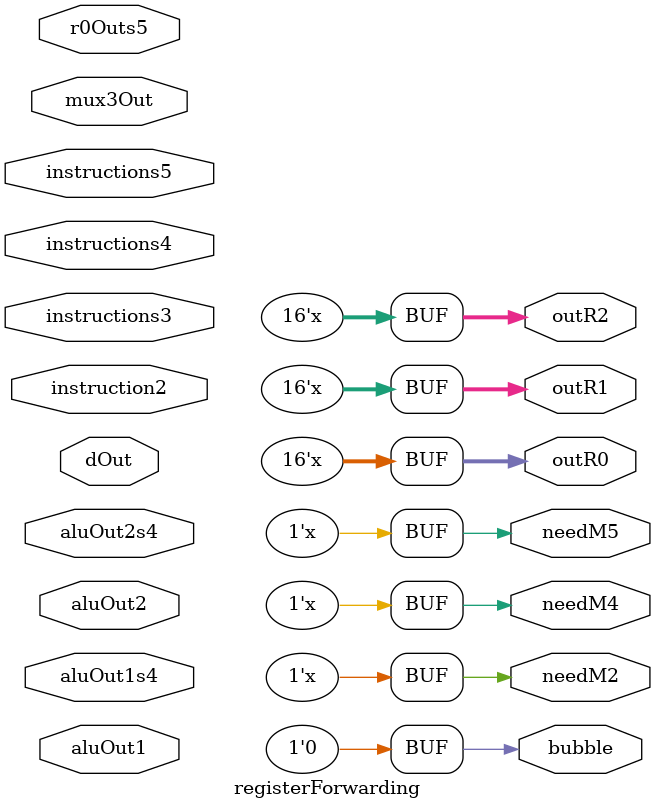
<source format=v>
module registerForwarding(instruction2, instructions3, instructions4, instructions5, 
							aluOut1, aluOut2, 
							dOut, aluOut1s4, aluOut2s4,
							r0Outs5, mux3Out,
							outR1, outR2, outR0, needM2, needM4, needM5,
							bubble);
	input[15:0] instruction2, instructions3, instructions4, instructions5;
	input[15:0] aluOut1,aluOut2;
	input[15:0] dOut, aluOut1s4, aluOut2s4;
	input[15:0] r0Outs5, mux3Out;
	
	output reg [15:0] outR1, outR2, outR0;
	output reg needM2, needM4, needM5, bubble;
	
	always@(*)
	begin
		if((instruction2[15:12] == "0100")|(instruction2[15:12] == "0101")|(instruction2[15:12] == "0110")|(instruction2[15:12] == "0000")|(instruction2[15:12] == "1000"))//branch
		//op1 forwarding
		begin
			if((instructions3[15:12]=="0000")&(instruction2[11:8]==instructions3[11:8]))//s3
			begin
				outR1 = aluOut1;
				needM2 = 1;
			end
			
			else if((instructions4[15:12]=="0000")&(instruction2[11:8]==instructions4[11:8]))//s4
			begin 
				outR1 = aluOut1s4;
				needM2 = 1;
			end
			else if((instructions4[15:12]=="1000")&(instruction2[11:8]==instructions4[11:8]))
			begin
				outR1 = dOut;
				needM2 = 1;
			end
			
			
			else if(((instructions5[15:12]=="0000")||(instructions5[15:12]=="1000"))&(instruction2[11:8]==instructions5[11:8]))//s5
			begin
				outR1 = mux3Out;
				needM2 = 1;
			end
				
			else if((instruction2[11:8] == "0000")&((instructions3[15:12]=="0000")&((instructions3[3:0]=="0001")|(instructions3[3:0]=="0010"))))
			begin
				needM2 = 1;
				outR1 = aluOut2;
			end
			else if((instruction2[11:8] == "0000")&((instructions4[15:12]=="0000")&((instructions4[3:0]=="0001")|(instructions4[3:0]=="0010"))))
			begin
				needM2 = 1;
				outR1 = aluOut2s4;
			end
			else if((instruction2[11:8] == "0000")&((instructions5[15:12]=="0000")&((instructions5[3:0]=="0001")|(instructions5[3:0]=="0010"))))
			begin
				needM2 = 1;
				outR1 = r0Outs5;
			end
			begin
				outR1 = 0;
				needM2 = 0;
			end
			
			
			
			
		end
		
		
		// r2
		if(((instruction2[15:12]=="0000")&(!(instruction2[3:0]=="1010"))&(!(instruction2[3:0]=="1011"))&(!(instruction2[3:0]=="1000"))&(!(instruction2[3:0]=="1001")))|(instruction2[15:12]=="1000")|(instruction2[15:12]=="1011"))
		begin
			//i know it uses op2
			//check if anyone who writes to registers if the destination is op2...aka check op1
			if((instructions3[15:12]=="0000")&(instruction2[7:4]==instructions3[11:8]))//s3
			begin
				outR2 = aluOut1;
				needM4 = 1;
			end
			else if((instructions3[15:12]=="1000")&(instruction2[7:4]==instructions3[11:8]))
			begin
				//bubble
			end
			
			
			else if((instructions4[15:12]=="0000")&(instruction2[7:4]==instructions4[11:8]))//s4
			begin 
				outR2 = aluOut1s4;
				needM4 = 1;
			end
			else if((instructions4[15:12]=="1000")&(instruction2[7:4]==instructions4[11:8]))
			begin
				outR2 = dOut;
				needM4 = 1;
			end
			
			
			else if(((instructions5[15:12]=="0000")||(instructions5[15:12]=="1000"))&(instruction2[7:4]==instructions5[11:8]))//s5
			begin
				outR2 = mux3Out;
				needM4 = 1;
			end
			
			
			
			else if((instruction2[7:4] == "0000")&((instructions3[15:12]=="0000")&((instructions3[3:0]=="0001")|(instructions3[3:0]=="0010"))))
			begin
				needM4 = 1;
				outR2 = aluOut2;
			end
			else if((instruction2[7:4] == "0000")&((instructions4[15:12]=="0000")&((instructions4[3:0]=="0001")|(instructions4[3:0]=="0010"))))
			begin
				needM4 = 1;
				outR2 = aluOut2s4;
			end
			else if((instruction2[7:4] == "0000")&((instructions5[15:12]=="0000")&((instructions5[3:0]=="0001")|(instructions5[3:0]=="0010"))))
			begin
				needM4 = 1;
				outR2 = r0Outs5;
			end
			
			
			else
			begin
				outR2 = 0;
				needM4 = 0;
			end
		end
		
		
		
		
		if((instruction2[15:12]=="0100")|(instruction2[15:12]=="0101")|(instruction2[15:12]=="0110"))
		begin
			if(instructions3[15:12]=="0000")
			begin
				if((instructions3[3:0]=="0001")|(instructions3[3:0]=="0001"))
				begin
					needM5 = 1;
					outR0 = aluOut2;					
				end
				else if(instructions3[11:8]=="0000")
				begin
					needM5 = 1;
					outR0 = aluOut1;
				end		
				else
				begin
					needM5=0;
					outR0 = 0;
				end
			end
			else if(instructions4[15:12]=="0000")
			begin
				if((instructions4[3:0]=="0001")|(instructions4[3:0]=="0001"))
				begin
					needM5 = 1;
					outR0 = aluOut2s4;					
				end
				else if(instructions4[11:8]=="0000")
				begin
					needM5 = 1;
					outR0 = aluOut1s4;
				end		
				else
				begin
					needM5=0;
					outR0 = 0;
				end
			end
			else if(instructions5[15:12]=="0000")
			begin
				if((instructions5[3:0]=="0001")|(instructions5[3:0]=="0001"))
				begin
					needM5 = 1;
					outR0 = r0Outs5;					
				end
				else if(instructions5[11:8]=="0000")
				begin
					needM5 = 1;
					outR0 = r0Outs5;
				end		
				else
				begin
					needM5 = 0;
					outR0 = 0;
				end
			end
			else if((instructions3[15:12]=="1000")&(instructions3[11:8]=="0000"))
			begin
				//wait bubble
			end
			else if((instructions4[15:12]=="1000")&(instructions4[11:8]=="0000"))
			begin
				needM5 = 1;
				outR0 = dOut;
			end
			else if((instructions5[15:12]=="1000")&(instructions5[11:8]=="0000"))
			begin
				needM5 = 1;
				outR0 = mux3Out;
			end
			else
			begin
				needM5 = 0;
				outR0 = 0;
			end
		end
		//bubble control
		if(((instruction2[15:12]=="0100")|(instruction2[15:12]=="0101")|(instruction2[15:12]=="0110"))&((instructions3[15:12]=="1000")&(instructions3[11:8]=="0000")))
		begin
			bubble =1;
		end
		else if((((instruction2[15:12]=="0000")&(!(instruction2[3:0]=="1010"))&(!(instruction2[3:0]=="1011"))&(!(instruction2[3:0]=="1000"))&(!(instruction2[3:0]=="1001")))|(instruction2[15:12]=="1000")|(instruction2[15:12]=="1011"))&((instructions3[15:12]=="1000")&(instruction2[7:4]==instructions3[11:8])))
		begin
			bubble =1;
		end
		else if(((instruction2[15:12] == "0100")|(instruction2[15:12] == "0101")|(instruction2[15:12] == "0110")|(instruction2[15:12] == "0000")|(instruction2[15:12] == "1000"))&((instructions3[15:12]=="1000")&(instruction2[11:8]==instructions3[11:8])))
		begin
			bubble =1;
		end
		else
		begin
			bubble =0;
		end
		
		
		//lastly check r0 who uses r0... everyone can except jump... do i assume that only mult and div can write to r0?
		
		
		
		
	end
endmodule

</source>
